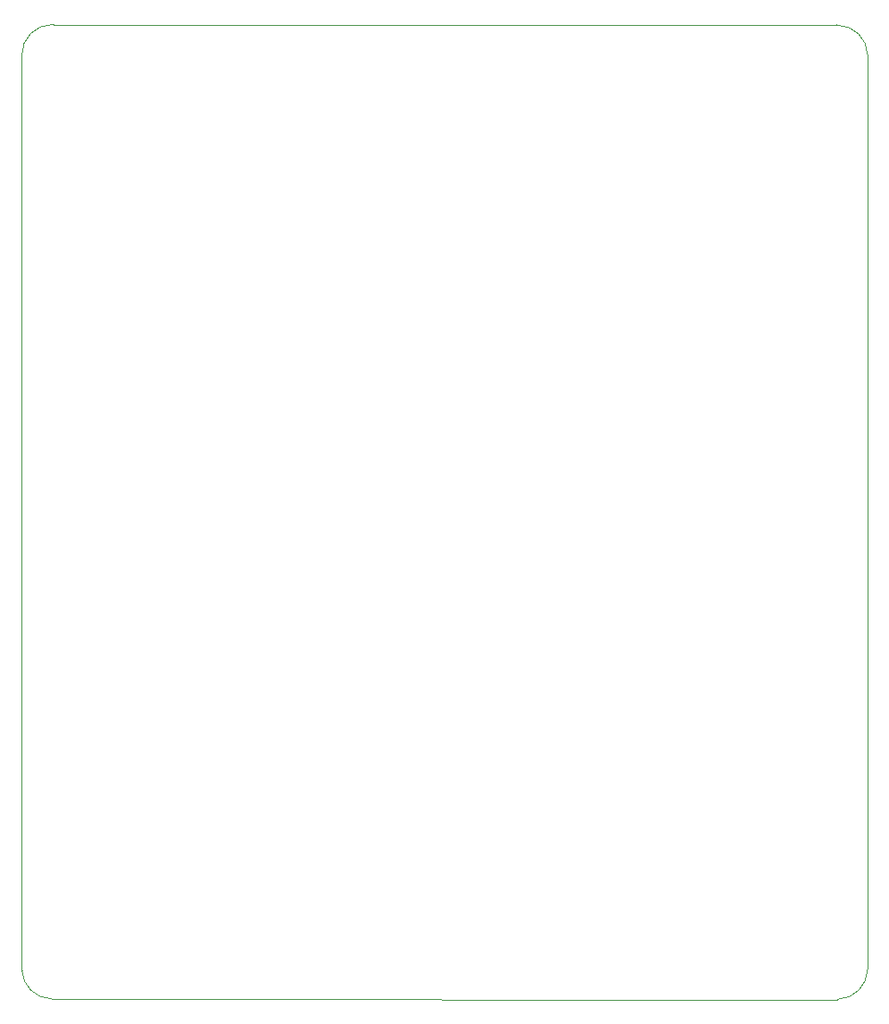
<source format=gbr>
%TF.GenerationSoftware,Altium Limited,Altium Designer,21.8.1 (53)*%
G04 Layer_Color=0*
%FSLAX45Y45*%
%MOMM*%
%TF.SameCoordinates,385564F4-8892-4696-B1AD-25C4AC7C7797*%
%TF.FilePolarity,Positive*%
%TF.FileFunction,Profile,NP*%
%TF.Part,Single*%
G01*
G75*
%TA.AperFunction,Profile*%
%ADD170C,0.02540*%
D170*
X56Y283587D02*
G02*
X52Y283699I11693J497D01*
G01*
X57Y283587D01*
D02*
G03*
X273712Y12062I282717J11272D01*
G01*
D02*
G02*
X283069Y10068I-866J-27022D01*
G01*
X7734074Y4727D01*
D02*
G02*
X7745165Y7593I12158J-24151D01*
G01*
D02*
G03*
X8021822Y286310I-11366J287947D01*
G01*
D02*
G02*
X8024222Y296610I27023J-865D01*
G01*
X8024222Y8958535D01*
D02*
G02*
X8022243Y8967673I25039J10205D01*
G01*
D02*
G03*
X7743526Y9244331I-287947J-11366D01*
G01*
D02*
G02*
X7729942Y9248502I866J27026D01*
G01*
X303982D01*
D02*
G02*
X293539Y9250784I0J25038D01*
G01*
D02*
G03*
X-428Y8954247I-6105J-287927D01*
G01*
D02*
G02*
X-416Y8953439I-27487J-810D01*
G01*
D02*
G02*
X-2444Y8943165I-27038J0D01*
G01*
Y8834120D01*
X-5438Y298993D01*
D02*
G02*
X56Y283587I-21526J-16360D01*
G01*
%TF.MD5,51e3fde992e0d8306530ff1b0fb398ea*%
M02*

</source>
